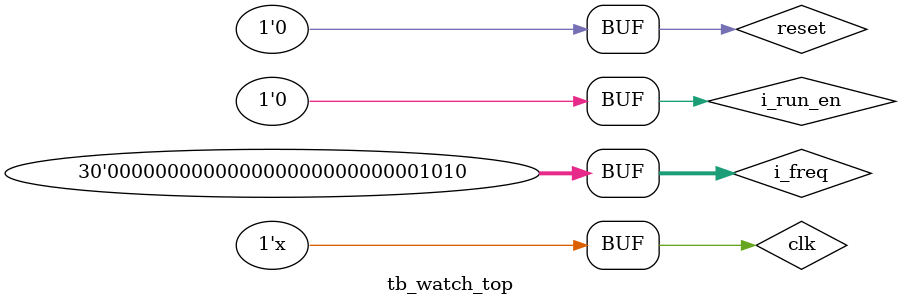
<source format=v>
`timescale 1ns / 1ps
module tb_watch_top;
localparam P_COUNT_BIT = 30; // for under 1GHz. 2^30 = 1073741824
localparam P_SEC_BIT	 = 6; // 2^6 = 64 for 60sec
localparam P_MIN_BIT	 = 6; // 2^6 = 64 for 60min
localparam P_HOUR_BIT = 5; // 2^5 = 32    for 24hour

reg clk;
reg reset;
reg i_run_en;
reg [P_COUNT_BIT-1:0]	i_freq;
wire [P_SEC_BIT-1:0]	o_sec;
wire [P_MIN_BIT-1:0]	o_min;
wire [P_HOUR_BIT-1:0]	o_hour;



always #5 clk= ~clk;

initial begin

    i_freq      <=10;
    reset 		<= 0;
    clk     	<= 0;
	i_run_en 	<= 0;    


#100
    reset       <=1;
#10
    reset       <=0;
    i_run_en    <=1;

# 1000000


    i_run_en    <=0;
end



initial begin
    $dumpfile("watch_top.vcd");
    $dumpvars(0,tb_watch_top);

end


watch_top
# (
	.P_COUNT_BIT	(P_COUNT_BIT),
	.P_SEC_BIT	 	(P_SEC_BIT	),
	.P_MIN_BIT	 	(P_MIN_BIT	),
	.P_HOUR_BIT		(P_HOUR_BIT	)
) watch_top_inst(
	.clk 				(clk),
	.reset 				(reset),
	.i_run_en			(i_run_en),
	.i_freq				(i_freq),
    .o_sec				(o_sec ),
    .o_min				(o_min ),
    .o_hour				(o_hour)
);




endmodule
</source>
